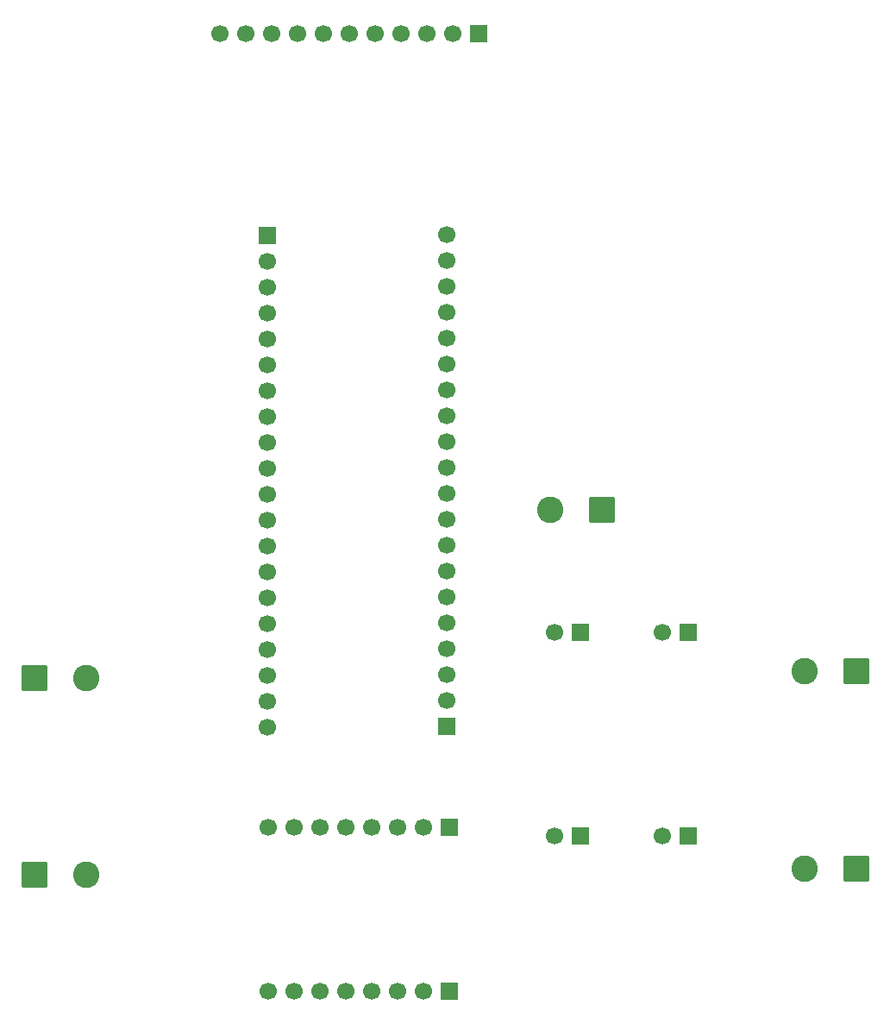
<source format=gbr>
%TF.GenerationSoftware,KiCad,Pcbnew,9.0.7*%
%TF.CreationDate,2026-01-22T15:28:46+05:00*%
%TF.ProjectId,PCB,5043422e-6b69-4636-9164-5f7063625858,rev?*%
%TF.SameCoordinates,Original*%
%TF.FileFunction,Soldermask,Top*%
%TF.FilePolarity,Negative*%
%FSLAX46Y46*%
G04 Gerber Fmt 4.6, Leading zero omitted, Abs format (unit mm)*
G04 Created by KiCad (PCBNEW 9.0.7) date 2026-01-22 15:28:46*
%MOMM*%
%LPD*%
G01*
G04 APERTURE LIST*
G04 Aperture macros list*
%AMRoundRect*
0 Rectangle with rounded corners*
0 $1 Rounding radius*
0 $2 $3 $4 $5 $6 $7 $8 $9 X,Y pos of 4 corners*
0 Add a 4 corners polygon primitive as box body*
4,1,4,$2,$3,$4,$5,$6,$7,$8,$9,$2,$3,0*
0 Add four circle primitives for the rounded corners*
1,1,$1+$1,$2,$3*
1,1,$1+$1,$4,$5*
1,1,$1+$1,$6,$7*
1,1,$1+$1,$8,$9*
0 Add four rect primitives between the rounded corners*
20,1,$1+$1,$2,$3,$4,$5,0*
20,1,$1+$1,$4,$5,$6,$7,0*
20,1,$1+$1,$6,$7,$8,$9,0*
20,1,$1+$1,$8,$9,$2,$3,0*%
G04 Aperture macros list end*
%ADD10RoundRect,0.250000X-1.050000X-1.050000X1.050000X-1.050000X1.050000X1.050000X-1.050000X1.050000X0*%
%ADD11C,2.600000*%
%ADD12R,1.700000X1.700000*%
%ADD13C,1.700000*%
%ADD14RoundRect,0.250000X1.050000X1.050000X-1.050000X1.050000X-1.050000X-1.050000X1.050000X-1.050000X0*%
G04 APERTURE END LIST*
D10*
%TO.C,MotorBL1*%
X99130000Y-126572173D03*
D11*
X104210000Y-126572173D03*
%TD*%
%TO.C,MotorFL1*%
X104210000Y-107242173D03*
D10*
X99130000Y-107242173D03*
%TD*%
D12*
%TO.C,Buck_OUT-1*%
X163291845Y-122762373D03*
D13*
X160751845Y-122762373D03*
%TD*%
D11*
%TO.C,MotorFR1*%
X174712047Y-106632173D03*
D14*
X179792047Y-106632173D03*
%TD*%
D12*
%TO.C,Buck_IN-1*%
X163291845Y-102762373D03*
D13*
X160751845Y-102762373D03*
%TD*%
D12*
%TO.C,TB6612FNGR1*%
X139886381Y-137992762D03*
D13*
X137346381Y-137992762D03*
X134806381Y-137992762D03*
X132266381Y-137992762D03*
X129726381Y-137992762D03*
X127186381Y-137992762D03*
X124646381Y-137992762D03*
X122106381Y-137992762D03*
%TD*%
D12*
%TO.C,Buck_OUT+1*%
X152751845Y-122762373D03*
D13*
X150211845Y-122762373D03*
%TD*%
D12*
%TO.C,PicoR1*%
X139620000Y-112000293D03*
D13*
X139620000Y-109460293D03*
X139620000Y-106920293D03*
X139620000Y-104380293D03*
X139620000Y-101840293D03*
X139620000Y-99300293D03*
X139620000Y-96760293D03*
X139620000Y-94220293D03*
X139620000Y-91680293D03*
X139620000Y-89140293D03*
X139620000Y-86600293D03*
X139620000Y-84060293D03*
X139620000Y-81520293D03*
X139620000Y-78980293D03*
X139620000Y-76440293D03*
X139620000Y-73900293D03*
X139620000Y-71360293D03*
X139620000Y-68820293D03*
X139620000Y-66280293D03*
X139620000Y-63740293D03*
%TD*%
D11*
%TO.C,MotorBR1*%
X174712047Y-125962173D03*
D14*
X179792047Y-125962173D03*
%TD*%
D12*
%TO.C,TB6612FNGL1*%
X139886381Y-121904762D03*
D13*
X137346381Y-121904762D03*
X134806381Y-121904762D03*
X132266381Y-121904762D03*
X129726381Y-121904762D03*
X127186381Y-121904762D03*
X124646381Y-121904762D03*
X122106381Y-121904762D03*
%TD*%
D12*
%TO.C,QTR-8RC1*%
X142700000Y-44000000D03*
D13*
X140160000Y-44000000D03*
X137620000Y-44000000D03*
X135080000Y-44000000D03*
X132540000Y-44000000D03*
X130000000Y-44000000D03*
X127460000Y-44000000D03*
X124920000Y-44000000D03*
X122380000Y-44000000D03*
X119840000Y-44000000D03*
X117300000Y-44000000D03*
%TD*%
D12*
%TO.C,Buck_IN+1*%
X152751845Y-102762373D03*
D13*
X150211845Y-102762373D03*
%TD*%
D14*
%TO.C,Battery1*%
X154830000Y-90750000D03*
D11*
X149750000Y-90750000D03*
%TD*%
D12*
%TO.C,PicoL1*%
X122000000Y-63860293D03*
D13*
X122000000Y-66400293D03*
X122000000Y-68940293D03*
X122000000Y-71480293D03*
X122000000Y-74020293D03*
X122000000Y-76560293D03*
X122000000Y-79100293D03*
X122000000Y-81640293D03*
X122000000Y-84180293D03*
X122000000Y-86720293D03*
X122000000Y-89260293D03*
X122000000Y-91800293D03*
X122000000Y-94340293D03*
X122000000Y-96880293D03*
X122000000Y-99420293D03*
X122000000Y-101960293D03*
X122000000Y-104500293D03*
X122000000Y-107040293D03*
X122000000Y-109580293D03*
X122000000Y-112120293D03*
%TD*%
M02*

</source>
